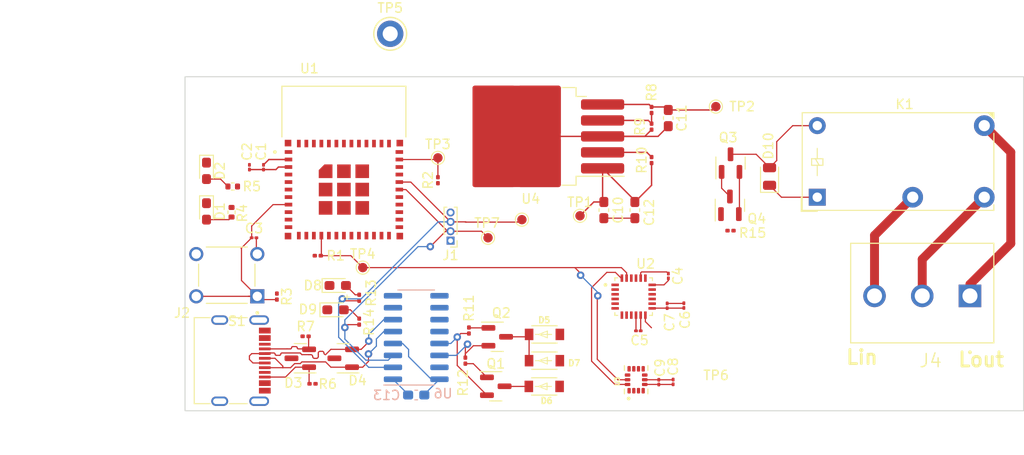
<source format=kicad_pcb>
(kicad_pcb (version 20221018) (generator pcbnew)
  (layers (0 "F.Cu" signal) (31 "B.Cu" signal) (34 "B.Paste" user) (35 "F.Paste" user) (36 "B.SilkS" user "B.Silkscreen") (37 "F.SilkS" user "F.Silkscreen") (38 "B.Mask" user) (39 "F.Mask" user) (44 "Edge.Cuts" user))
  (net 0 "")
  (net 1 "+3.3V")
  (net 2 "GND")
  (net 7 "/RST")
  (net 11 "RX")
  (net 12 "INIT_MPU")
  (net 14 "TX")
  (net 15 "SCL")
  (net 21 "Net-(D2-A)")
  (net 22 "Net-(D10-A)")
  (net 23 "SDA")
  (net 24 "Net-(U2-CPOUT)")
  (net 25 "+5V")
  (net 30 "Net-(D8-A)")
  (net 31 "Net-(D6-K)")
  (net 33 "Net-(U2-REGOUT)")
  (net 34 "Net-(D1-A)")
  (net 37 "INIT_ICM")
  (net 42 "CS")
  (net 47 "Net-(J2-CC2)")
  (net 48 "Net-(J2-CC1)")
  (net 49 "D+")
  (net 50 "D-")
  (net 53 "LED")
  (net 54 "Net-(U4-VA)")
  (net 55 "Net-(U4-EN)")
  (net 56 "Net-(Q1-B)")
  (net 57 "Net-(Q1-E)")
  (net 58 "Net-(Q2-B)")
  (net 59 "Net-(Q2-E)")
  (net 60 "/IO_0")
  (net 68 "Net-(D9-A)")
  (net 69 "Net-(J4-Pin_1)")
  (net 70 "Net-(J4-Pin_2)")
  (net 71 "Net-(J4-Pin_3)")
  (net 72 "Net-(Q3-B)")
  (net 73 "Relay")
  (net 74 "Net-(D5-K)")
  (net 75 "/IO_2")
  (footprint "mpu:QFN50P400X400X95-24N" (layer "F.Cu") (at 116.341 74.209)
    (fp_text reference "U2")
    (fp_text value "MPU-6050")
  )
  (footprint "Resistor_SMD:R_0402_1005Metric" (layer "F.Cu") (at 73.658 62.484 180)
    (fp_text reference "R5")
    (fp_text value "1k")
  )
  (footprint "ICM:PQFN50P300X250X97-14N" (layer "F.Cu") (at 116.607 83.058 90)
    (fp_text reference "U3")
    (fp_text value "ICM-42688-P")
  )
  (footprint "Package_TO_SOT_SMD:SOT-23" (layer "F.Cu") (at 126.655 59.9925 90)
    (fp_text reference "Q3")
    (fp_text value "BC847")
  )
  (footprint "Package_TO_SOT_SMD:SOT-23" (layer "F.Cu") (at 101.819 78.486)
    (fp_text reference "Q2")
    (fp_text value "BC847")
  )
  (footprint "LED_SMD:LED_0603_1608Metric_Pad1.05x0.95mm_HandSolder" (layer "F.Cu") (at 70.866 60.819 -90)
    (fp_text reference "D2")
    (fp_text value "Status Led")
  )
  (footprint "Resistor_SMD:R_0201_0603Metric" (layer "F.Cu") (at 81.4176 78.4352)
    (fp_text reference "R7")
    (fp_text value "4.7k")
  )
  (footprint "Resistor_SMD:R_0201_0603Metric" (layer "F.Cu") (at 98.425 81.026 -90)
    (fp_text reference "R12")
    (fp_text value "10k")
  )
  (footprint "Resistor_SMD:R_0201_0603Metric" (layer "F.Cu") (at 87.122 76.871 -90)
    (fp_text reference "R14")
    (fp_text value "1k")
  )
  (footprint "Package_TO_SOT_SMD:TO-263-5_TabPin3" (layer "F.Cu") (at 105.386 57.15 180)
    (fp_text reference "U4")
    (fp_text value "IFX25401TBV")
  )
  (footprint "Capacitor_SMD:C_01005_0402Metric" (layer "F.Cu") (at 75.438 60.431 90)
    (fp_text reference "C2")
    (fp_text value "0.1uF")
  )
  (footprint "TestPoint:TestPoint_Pad_D1.0mm" (layer "F.Cu") (at 110.629 65.604)
    (fp_text reference "TP1")
    (fp_text value "TX")
  )
  (footprint "TestPoint:TestPoint_Pad_D1.0mm" (layer "F.Cu") (at 87.503 71.12)
    (fp_text reference "TP4")
    (fp_text value "SCL")
  )
  (footprint "Capacitor_SMD:C_01005_0402Metric" (layer "F.Cu") (at 120.036 72.009 -90)
    (fp_text reference "C4")
    (fp_text value "2.2nF")
  )
  (footprint "Package_TO_SOT_SMD:SOT-23" (layer "F.Cu") (at 85.4225 80.772 180)
    (fp_text reference "D4")
    (fp_text value "SP0502BAHT")
  )
  (footprint "Connector_USB:USB_C_Receptacle_G-Switch_GT-USB-7010ASV" (layer "F.Cu") (at 73.347 81.024 -90)
    (fp_text reference "J2")
    (fp_text value "USB_C_Receptacle_USB2.0")
  )
  (footprint "Capacitor_SMD:C_01005_0402Metric" (layer "F.Cu") (at 76.936 60.431 90)
    (fp_text reference "C1")
    (fp_text value "10uF")
  )
  (footprint "Resistor_SMD:R_0201_0603Metric" (layer "F.Cu") (at 118.249 54.337 -90)
    (fp_text reference "R8")
    (fp_text value "13.19k")
  )
  (footprint "Resistor_SMD:R_0201_0603Metric" (layer "F.Cu") (at 87.122 74.331 -90)
    (fp_text reference "R13")
    (fp_text value "1k")
  )
  (footprint "Schottky:DIO_MMSZ4700T1G" (layer "F.Cu") (at 106.8475 78.232)
    (fp_text reference "D5")
    (fp_text value "D_Schottky")
  )
  (footprint "Schottky:DIO_MMSZ4700T1G" (layer "F.Cu") (at 106.8205 83.7692)
    (fp_text reference "D6")
    (fp_text value "D_Schottky")
  )
  (footprint "TestPoint:TestPoint_Pad_D1.0mm" (layer "F.Cu") (at 100.838 67.945)
    (fp_text reference "TP7")
    (fp_text value "RX")
  )
  (footprint "Capacitor_SMD:C_01005_0402Metric" (layer "F.Cu") (at 120.544 83.291 90)
    (fp_text reference "C8")
    (fp_text value "0.1uF")
  )
  (footprint "Resistor_SMD:R_0201_0603Metric" (layer "F.Cu") (at 78.359 74.204 -90)
    (fp_text reference "R3")
    (fp_text value "10k")
  )
  (footprint "Schottky:DIO_MMSZ4700T1G" (layer "F.Cu") (at 106.8443 81.026)
    (fp_text reference "D7")
    (fp_text value "D_Schottky")
  )
  (footprint "Screw:CUI_TB009-508-03BE" (layer "F.Cu") (at 152.146 74.1325 180)
    (fp_text reference "J4")
    (fp_text value "Screw_Terminal_01x03")
  )
  (footprint "button:SW_TS02-66-95-BK-260-LCR-D" (layer "F.Cu") (at 73.025 71.9275 180)
    (fp_text reference "S1")
    (fp_text value "TS02-66-95-BK-260-LCR-D")
  )
  (footprint "LED_SMD:LED_0603_1608Metric_Pad1.05x0.95mm_HandSolder" (layer "F.Cu") (at 84.836 73.025)
    (fp_text reference "D8")
    (fp_text value "TX")
  )
  (footprint "Resistor_SMD:R_0201_0603Metric" (layer "F.Cu") (at 82.1542 83.4898 180)
    (fp_text reference "R6")
    (fp_text value "4.7k")
  )
  (footprint "TestPoint:TestPoint_Pad_D1.0mm" (layer "F.Cu") (at 125.095 53.975)
    (fp_text reference "TP2")
    (fp_text value "TX")
  )
  (footprint "Diode_SMD:D_0805_2012Metric" (layer "F.Cu") (at 130.81 61.4195 90)
    (fp_text reference "D10")
    (fp_text value "CD4148W")
  )
  (footprint "Resistor_SMD:R_0402_1005Metric" (layer "F.Cu") (at 73.533 65.2252 -90)
    (fp_text reference "R4")
    (fp_text value "1k")
  )
  (footprint "LED_SMD:LED_0603_1608Metric_Pad1.05x0.95mm_HandSolder" (layer "F.Cu") (at 84.6045 75.6115)
    (fp_text reference "D9")
    (fp_text value "RX")
  )
  (footprint "TestPoint:TestPoint_Pad_D1.0mm" (layer "F.Cu") (at 104.4448 66.0146 180)
    (fp_text reference "TP6")
    (fp_text value "TX")
  )
  (footprint "esp 32:MODULE_ESP32-PICO-MINI-02" (layer "F.Cu") (at 85.496 62.812)
    (fp_text reference "U1")
    (fp_text value "ESP32-PICO-MINI-02")
  )
  (footprint "Resistor_SMD:R_0201_0603Metric" (layer "F.Cu") (at 126.655 67.183 180)
    (fp_text reference "R15")
    (fp_text value "10k")
  )
  (footprint "Resistor_SMD:R_0201_0603Metric" (layer "F.Cu") (at 98.806 77.815 90)
    (fp_text reference "R11")
    (fp_text value "10k")
  )
  (footprint "Capacitor_SMD:C_0603_1608Metric_Pad1.08x0.95mm_HandSolder" (layer "F.Cu") (at 116.471 64.9955 -90)
    (fp_text reference "C12")
    (fp_text value "10uF")
  )
  (footprint "TestPoint:TestPoint_Pad_D1.0mm" (layer "F.Cu") (at 95.504 59.436)
    (fp_text reference "TP3")
    (fp_text value "SDA")
  )
  (footprint "Resistor_SMD:R_0201_0603Metric" (layer "F.Cu") (at 118.249 59.671 90)
    (fp_text reference "R10")
    (fp_text value "4.7k")
  )
  (footprint "Resistor_SMD:R_0201_0603Metric" (layer "F.Cu") (at 118.249 56.115 -90)
    (fp_text reference "R9")
    (fp_text value "10k")
  )
  (footprint "Connector_PinHeader_1.00mm:PinHeader_1x04_P1.00mm_Vertical" (layer "F.Cu") (at 96.8502 68.2498 180)
    (fp_text reference "J1")
    (fp_text value "Conn_01x04_Pin")
  )
  (footprint "Capacitor_SMD:C_01005_0402Metric" (layer "F.Cu") (at 75.925 67.945)
    (fp_text reference "C3")
    (fp_text value "0.1uF")
  )
  (footprint "Capacitor_SMD:C_01005_0402Metric" (layer "F.Cu") (at 119.909 75.184 -90)
    (fp_text reference "C7")
    (fp_text value "10nF")
  )
  (footprint "Capacitor_SMD:C_01005_0402Metric" (layer "F.Cu") (at 119.02 83.312 90)
    (fp_text reference "C9")
    (fp_text value "0.1uF")
  )
  (footprint "Capacitor_SMD:C_01005_0402Metric" (layer "F.Cu") (at 121.687 75.163 90)
    (fp_text reference "C6")
    (fp_text value "0.1uF")
  )
  (footprint "LED_SMD:LED_0603_1608Metric_Pad1.05x0.95mm_HandSolder" (layer "F.Cu") (at 70.866 65.137 -90)
    (fp_text reference "D1")
    (fp_text value "Red Led")
  )
  (footprint "Resistor_SMD:R_0201_0603Metric" (layer "F.Cu") (at 95.504 61.813 90)
    (fp_text reference "R2")
    (fp_text value "4.7k")
  )
  (footprint "Capacitor_SMD:C_01005_0402Metric" (layer "F.Cu") (at 116.84 77.851)
    (fp_text reference "C5")
    (fp_text value "0.1uF")
  )
  (footprint "Package_TO_SOT_SMD:SOT-23" (layer "F.Cu") (at 80.8505 80.772 180)
    (fp_text reference "D3")
    (fp_text value "SP0502BAHT")
  )
  (footprint "Capacitor_SMD:C_0603_1608Metric_Pad1.08x0.95mm_HandSolder" (layer "F.Cu") (at 113.169 64.9955 -90)
    (fp_text reference "C10")
    (fp_text value "10uF")
  )
  (footprint "Relay_THT:Relay_SPDT_Finder_32.21-x000" (layer "F.Cu") (at 135.89 63.627)
    (fp_text reference "K1")
    (fp_text value "Relay_SPDT")
  )
  (footprint "TestPoint:TestPoint_Keystone_5010-5014_Multipurpose" (layer "F.Cu") (at 90.424 46.228)
    (fp_text reference "TP5")
    (fp_text value "GND")
  )
  (footprint "Capacitor_SMD:C_0603_1608Metric_Pad1.08x0.95mm_HandSolder" (layer "F.Cu") (at 120.027 55.1995 -90)
    (fp_text reference "C11")
    (fp_text value "1000uF")
  )
  (footprint "Package_TO_SOT_SMD:SOT-23" (layer "F.Cu") (at 101.662 83.754)
    (fp_text reference "Q1")
    (fp_text value "BC847")
  )
  (footprint "Package_TO_SOT_SMD:SOT-23" (layer "F.Cu") (at 126.589 64.486 90)
    (fp_text reference "Q4")
    (fp_text value "BC847")
  )
  (footprint "Resistor_SMD:R_0201_0603Metric" (layer "F.Cu") (at 82.713 69.85)
    (fp_text reference "R1")
    (fp_text value "4.7k")
  )
  (footprint "Package_SO:SOIC-16_3.9x9.9mm_P1.27mm" (layer "B.Cu") (at 93.1926 78.5622)
    (fp_text reference "U6")
    (fp_text value "CH340C")
  )
  (footprint "Capacitor_SMD:C_0603_1608Metric_Pad1.08x0.95mm_HandSolder" (layer "B.Cu") (at 93.1926 84.6836 180)
    (fp_text reference "C13")
    (fp_text value "0.1uF")
  )
  (gr_rect (start 68.58 50.8) (end 157.861 86.36) (stroke (width 0.1)) (fill none) (layer "Edge.Cuts"))
  (gr_text "Lin" (at 138.811 81.534) (layer "F.SilkS") (effects (font (size 1.5 1.5) (thickness 0.3) bold) (justify left bottom)))
  (gr_text "Lout" (at 150.749 81.788) (layer "F.SilkS") (effects (font (size 1.5 1.5) (thickness 0.3) bold) (justify left bottom)))
  (segment (start 118.336 75.434) (end 118.311 75.459) (width 0.127) (layer "F.Cu") (net 1))
  (segment (start 132.08 63.627) (end 130.81 62.357) (width 0.127) (layer "F.Cu") (net 1))
  (segment (start 135.89 63.627) (end 132.08 63.627) (width 0.127) (layer "F.Cu") (net 1))
  (segment (start 119.909 75.434) (end 118.336 75.434) (width 0.127) (layer "F.Cu") (net 1))
  (segment (start 117.982 53.75) (end 118.249 54.017) (width 0.15) (layer "F.Cu") (net 1))
  (segment (start 117.522 83.558) (end 119.016 83.558) (width 0.127) (layer "F.Cu") (net 1))
  (segment (start 119.016 83.558) (end 119.02 83.562) (width 0.127) (layer "F.Cu") (net 1))
  (segment (start 121.666 75.434) (end 121.687 75.413) (width 0.127) (layer "F.Cu") (net 1))
  (segment (start 118.249 54.017) (end 119.707 54.017) (width 0.15) (layer "F.Cu") (net 1))
  (segment (start 119.02 83.562) (end 120.523 83.562) (width 0.127) (layer "F.Cu") (net 1))
  (segment (start 119.707 54.017) (end 120.027 54.337) (width 0.15) (layer "F.Cu") (net 1))
  (segment (start 78.526 60.412) (end 78.257 60.681) (width 0.15) (layer "F.Cu") (net 1))
  (segment (start 124.733 54.337) (end 125.095 53.975) (width 0.15) (layer "F.Cu") (net 1))
  (segment (start 78.257 60.681) (end 76.936 60.681) (width 0.15) (layer "F.Cu") (net 1))
  (segment (start 79.596 60.412) (end 78.526 60.412) (width 0.15) (layer "F.Cu") (net 1))
  (segment (start 119.909 75.434) (end 121.666 75.434) (width 0.127) (layer "F.Cu") (net 1))
  (segment (start 120.523 83.562) (end 120.544 83.541) (width 0.127) (layer "F.Cu") (net 1))
  (segment (start 120.027 54.337) (end 124.733 54.337) (width 0.15) (layer "F.Cu") (net 1))
  (segment (start 75.438 60.681) (end 76.936 60.681) (width 0.15) (layer "F.Cu") (net 1))
  (segment (start 113.036 53.75) (end 117.982 53.75) (width 0.15) (layer "F.Cu") (net 1))
  (segment (start 94.7928 83.0072) (end 95.6676 83.0072) (width 0.127) (layer "B.Cu") (net 1))
  (segment (start 92.3798 80.5942) (end 94.7928 83.0072) (width 0.127) (layer "B.Cu") (net 1))
  (segment (start 91.7448 79.1972) (end 92.3798 79.8322) (width 0.127) (layer "B.Cu") (net 1))
  (segment (start 92.3798 79.8322) (end 92.3798 80.5942) (width 0.127) (layer "B.Cu") (net 1))
  (segment (start 94.0551 84.6197) (end 94.0551 84.6836) (width 0.127) (layer "B.Cu") (net 1))
  (segment (start 90.7176 79.1972) (end 91.7448 79.1972) (width 0.127) (layer "B.Cu") (net 1))
  (segment (start 95.6676 83.0072) (end 94.0551 84.6197) (width 0.127) (layer "B.Cu") (net 1))
  (segment (start 119.909 74.934) (end 121.666 74.934) (width 0.127) (layer "F.Cu") (net 2))
  (segment (start 121.666 74.934) (end 121.687 74.913) (width 0.127) (layer "F.Cu") (net 2))
  (segment (start 113.036 57.15) (end 118.939 57.15) (width 0.15) (layer "F.Cu") (net 2))
  (segment (start 113.036 57.15) (end 103.886 57.15) (width 0.15) (layer "F.Cu") (net 2))
  (segment (start 76.175 69.5775) (end 76.275 69.6775) (width 0.127) (layer "F.Cu") (net 2))
  (segment (start 120.036 72.259) (end 120.036 72.496) (width 0.127) (layer "F.Cu") (net 2))
  (segment (start 119.016 83.058) (end 119.02 83.062) (width 0.127) (layer "F.Cu") (net 2))
  (segment (start 113.036 57.15) (end 117.534 57.15) (width 0.15) (layer "F.Cu") (net 2))
  (segment (start 113.169 65.858) (end 116.471 65.858) (width 0.127) (layer "F.Cu") (net 2))
  (segment (start 120.523 83.062) (end 120.544 83.041) (width 0.127) (layer "F.Cu") (net 2))
  (segment (start 76.175 67.945) (end 76.175 69.5775) (width 0.127) (layer "F.Cu") (net 2))
  (segment (start 117.522 83.058) (end 119.016 83.058) (width 0.127) (layer "F.Cu") (net 2))
  (segment (start 76.936 60.181) (end 77.505 59.612) (width 0.15) (layer "F.Cu") (net 2))
  (segment (start 117.091 77.85) (end 117.09 77.851) (width 0.127) (layer "F.Cu") (net 2))
  (segment (start 77.505 59.612) (end 79.596 59.612) (width 0.15) (layer "F.Cu") (net 2))
  (segment (start 127.605 65.3575) (end 127.539 65.4235) (width 0.127) (layer "F.Cu") (net 2))
  (segment (start 117.091 76.179) (end 117.091 77.85) (width 0.127) (layer "F.Cu") (net 2))
  (segment (start 119.02 83.062) (end 120.523 83.062) (width 0.127) (layer "F.Cu") (net 2))
  (segment (start 127.605 60.93) (end 127.605 65.3575) (width 0.127) (layer "F.Cu") (net 2))
  (segment (start 117.534 57.15) (end 118.249 56.435) (width 0.15) (layer "F.Cu") (net 2))
  (segment (start 118.939 57.15) (end 120.027 56.062) (width 0.15) (layer "F.Cu") (net 2))
  (segment (start 119.573 72.959) (end 118.311 72.959) (width 0.127) (layer "F.Cu") (net 2))
  (segment (start 120.036 72.496) (end 119.573 72.959) (width 0.127) (layer "F.Cu") (net 2))
  (segment (start 90.7176 83.0072) (end 92.3301 84.6197) (width 0.127) (layer "B.Cu") (net 2))
  (segment (start 92.3301 84.6197) (end 92.3301 84.6836) (width 0.127) (layer "B.Cu") (net 2))
  (segment (start 79.596 64.412) (end 77.955 64.412) (width 0.127) (layer "F.Cu") (net 7))
  (segment (start 74.5913 69.0287) (end 75.675 67.945) (width 0.127) (layer "F.Cu") (net 7))
  (segment (start 76.6215 74.524) (end 78.359 74.524) (width 0.127) (layer "F.Cu") (net 7))
  (segment (start 74.5913 72.4938) (end 76.275 74.1775) (width 0.127) (layer "F.Cu") (net 7))
  (segment (start 77.955 64.412) (end 75.675 66.692) (width 0.127) (layer "F.Cu") (net 7))
  (segment (start 76.275 74.1775) (end 75.3205 74.1775) (width 0.127) (layer "F.Cu") (net 7))
  (segment (start 75.675 66.692) (end 75.675 67.945) (width 0.127) (layer "F.Cu") (net 7))
  (segment (start 76.275 74.1775) (end 76.6215 74.524) (width 0.127) (layer "F.Cu") (net 7))
  (segment (start 69.775 74.1775) (end 76.275 74.1775) (width 0.127) (layer "F.Cu") (net 7))
  (segment (start 74.5913 69.0287) (end 74.5913 72.4938) (width 0.127) (layer "F.Cu") (net 7))
  (segment (start 74.549 69.071) (end 74.5913 69.0287) (width 0.127) (layer "F.Cu") (net 7))
  (segment (start 96.3262 67.2498) (end 94.6912 68.8848) (width 0.127) (layer "F.Cu") (net 11))
  (segment (start 96.8502 67.2498) (end 96.3262 67.2498) (width 0.127) (layer "F.Cu") (net 11))
  (segment (start 92.0982 62.812) (end 96.536 67.2498) (width 0.127) (layer "F.Cu") (net 11))
  (segment (start 96.8756 67.2752) (end 96.7392 67.2752) (width 0.127) (layer "F.Cu") (net 11))
  (segment (start 91.396 62.812) (end 92.0982 62.812) (width 0.127) (layer "F.Cu") (net 11))
  (segment (start 96.8502 67.2498) (end 100.1428 67.2498) (width 0.127) (layer "F.Cu") (net 11))
  (segment (start 100.1428 67.2498) (end 100.838 67.945) (width 0.127) (layer "F.Cu") (net 11))
  (segment (start 96.536 67.2498) (end 96.8502 67.2498) (width 0.127) (layer "F.Cu") (net 11))
  (segment (start 87.122 77.191) (end 85.9024 77.191) (width 0.127) (layer "F.Cu") (net 11))
  (segment (start 85.9024 77.191) (end 85.598 77.4954) (width 0.127) (layer "F.Cu") (net 11))
  (via (at 94.6912 68.8848) (size 0.8) (drill 0.4) (layers "F.Cu" "B.Cu") (net 11))
  (via (at 85.598 77.4954) (size 0.8) (drill 0.4) (layers "F.Cu" "B.Cu") (net 11))
  (segment (start 93.3958 68.8848) (end 85.598 76.6826) (width 0.127) (layer "B.Cu") (net 11))
  (segment (start 90.7176 80.4672) (end 90.2065 80.9783) (width 0.127) (layer "B.Cu") (net 11))
  (segment (start 90.2065 80.9783) (end 87.837769 80.9783) (width 0.127) (layer "B.Cu") (net 11))
  (segment (start 85.598 76.6826) (end 85.598 77.4954) (width 0.127) (layer "B.Cu") (net 11))
  (segment (start 85.598 78.738531) (end 85.598 77.4954) (width 0.127) (layer "B.Cu") (net 11))
  (segment (start 87.837769 80.9783) (end 85.598 78.738531) (width 0.127) (layer "B.Cu") (net 11))
  (segment (start 94.6912 68.8848) (end 93.3958 68.8848) (width 0.127) (layer "B.Cu") (net 11))
  (segment (start 117.591 76.8748) (end 118.237 77.5208) (width 0.127) (layer "F.Cu") (net 12))
  (segment (start 117.591 76.179) (end 117.591 76.8748) (width 0.127) (layer "F.Cu") (net 12))
  (segment (start 98.4758 66.2498) (end 98.5012 66.2752) (width 0.127) (layer "F.Cu") (net 14))
  (segment (start 91.396 62.012) (end 92.6124 62.012) (width 0.127) (layer "F.Cu") (net 14))
  (segment (start 104.1842 66.2752) (end 104.4448 66.0146) (width 0.127) (layer "F.Cu") (net 14))
  (segment (start 96.8502 66.2498) (end 98.4758 66.2498) (width 0.127) (layer "F.Cu") (net 14))
  (segment (start 87.122 74.651) (end 85.5222 74.651) (width 0.127) (layer "F.Cu") (net 14))
  (segment (start 85.5222 74.651) (end 85.3186 74.4474) (width 0.127) (layer "F.Cu") (net 14))
  (segment (start 98.5012 66.2752) (end 104.1842 66.2752) (width 0.127) (layer "F.Cu") (net 14))
  (segment (start 98.3996 66.2752) (end 98.5012 66.2752) (width 0.127) (layer "F.Cu") (net 14))
  (segment (start 92.6124 62.012) (end 96.8502 66.2498) (width 0.127) (layer "F.Cu") (net 14))
  (via (at 85.3186 74.4474) (size 0.8) (drill 0.4) (layers "F.Cu" "B.Cu") (net 14))
  (segment (start 96.8502 66.2498) (end 95.5228 66.2498) (width 0.127) (layer "B.Cu") (net 14))
  (segment (start 95.5228 66.2498) (end 87.3252 74.4474) (width 0.127) (layer "B.Cu") (net 14))
  (segment (start 84.9345 74.8315) (end 85.3186 74.4474) (width 0.127) (layer "B.Cu") (net 14))
  (segment (start 90.7176 81.7372) (end 88.134221 81.7372) (width 0.127) (layer "B.Cu") (net 14))
  (segment (start 88.134221 81.7372) (end 84.9345 78.537479) (width 0.127) (layer "B.Cu") (net 14))
  (segment (start 84.9345 78.537479) (end 84.9345 74.8315) (width 0.127) (layer "B.Cu") (net 14))
  (segment (start 87.3252 74.4474) (end 85.3186 74.4474) (width 0.127) (layer "B.Cu") (net 14))
  (segment (start 115.034 71.12) (end 115.591 71.677) (width 0.127) (layer "F.Cu") (net 15))
  (segment (start 110.0836 71.12) (end 115.034 71.12) (width 0.127) (layer "F.Cu") (net 15))
  (segment (start 83.096 69.787) (end 83.033 69.85) (width 0.127) (layer "F.Cu") (net 15))
  (segment (start 83.096 67.712) (end 83.096 69.787) (width 0.127) (layer "F.Cu") (net 15))
  (segment (start 83.033 69.85) (end 86.233 69.85) (width 0.127) (layer "F.Cu") (net 15))
  (segment (start 112.4712 74.1706) (end 112.5246 74.1172) (width 0.127) (layer "F.Cu") (net 15))
  (segment (start 115.591 71.677) (end 115.591 72.239) (width 0.127) (layer "F.Cu") (net 15))
  (segment (start 114.6556 83.058) (end 112.4712 80.8736) (width 0.127) (layer "F.Cu") (net 15))
  (segment (start 112.4712 80.8736) (end 112.4712 74.1706) (width 0.127) (layer "F.Cu") (net 15))
  (segment (start 87.503 71.12) (end 110.0836 71.12) (width 0.127) (layer "F.Cu") (net 15))
  (segment (start 110.6932 71.7296) (end 110.0836 71.12) (width 0.127) (layer "F.Cu") (net 15))
  (segment (start 86.233 69.85) (end 87.503 71.12) (width 0.127) (layer "F.Cu") (net 15))
  (segment (start 115.692 83.058) (end 114.6556 83.058) (width 0.127) (layer "F.Cu") (net 15))
  (segment (start 110.6932 71.9328) (end 110.6932 71.7296) (width 0.127) (layer "F.Cu") (net 15))
  (segment (start 112.5246 74.1172) (end 112.522 74.1198) (width 0.127) (layer "F.Cu") (net 15))
  (via (at 112.5246 74.1172) (size 0.8) (drill 0.4) (layers "F.Cu" "B.Cu") (net 15))
  (via (at 110.6932 71.9328) (size 0.8) (drill 0.4) (layers "F.Cu" "B.Cu") (net 15))
  (segment (start 112.5246 73.7642) (end 112.5246 74.1172) (width 0.127) (layer "B.Cu") (net 15))
  (segment (start 110.6932 71.9328) (end 112.5246 73.7642) (width 0.127) (layer "B.Cu") (net 15))
  (segment (start 70.866 61.694) (end 72.358 61.694) (width 0.127) (layer "F.Cu") (net 21))
  (segment (start 72.358 61.694) (end 73.148 62.484) (width 0.127) (layer "F.Cu") (net 21))
  (segment (start 133.2738 56.007) (end 131.572 57.7088) (width 0.127) (layer "F.Cu") (net 22))
  (segment (start 129.383 59.055) (end 130.81 60.482) (width 0.127) (layer "F.Cu") (net 22))
  (segment (start 131.572 59.72) (end 130.81 60.482) (width 0.127) (layer "F.Cu") (net 22))
  (segment (start 135.89 56.007) (end 133.2738 56.007) (width 0.127) (layer "F.Cu") (net 22))
  (segment (start 131.572 57.7088) (end 131.572 59.72) (width 0.127) (layer "F.Cu") (net 22))
  (segment (start 126.655 59.055) (end 129.383 59.055) (width 0.127) (layer "F.Cu") (net 22))
  (segment (start 95.504 59.436) (end 95.504 61.493) (width 0.127) (layer "F.Cu") (net 23))
  (segment (start 114.3428 83.558) (end 111.8616 81.0768) (width 0.127) (layer "F.Cu") (net 23))
  (segment (start 115.692 83.558) (end 114.3428 83.558) (width 0.127) (layer "F.Cu") (net 23))
  (segment (start 115.0126 72.239) (end 115.091 72.239) (width 0.127) (layer "F.Cu") (net 23))
  (segment (start 113.4872 71.628) (end 114.4016 71.628) (width 0.127) (layer "F.Cu") (net 23))
  (segment (start 91.396 59.612) (end 95.328 59.612) (width 0.127) (layer "F.Cu") (net 23))
  (segment (start 111.8616 73.2536) (end 113.4872 71.628) (width 0.127) (layer "F.Cu") (net 23))
  (segment (start 111.8616 81.0768) (end 111.8616 73.2536) (width 0.127) (layer "F.Cu") (net 23))
  (segment (start 114.4016 71.628) (end 115.0126 72.239) (width 0.127) (layer "F.Cu") (net 23))
  (segment (start 95.328 59.612) (end 95.504 59.436) (width 0.127) (layer "F.Cu") (net 23))
  (segment (start 117.091 72.239) (end 117.091 71.677) (width 0.127) (layer "F.Cu") (net 24))
  (segment (start 119.8575 71.5805) (end 120.036 71.759) (width 0.127) (layer "F.Cu") (net 24))
  (segment (start 117.091 71.677) (end 117.1875 71.5805) (width 0.127) (layer "F.Cu") (net 24))
  (segment (start 117.1875 71.5805) (end 119.8575 71.5805) (width 0.127) (layer "F.Cu") (net 24))
  (segment (start 113.036 60.55) (end 116.471 63.985) (width 0.15) (layer "F.Cu") (net 25))
  (segment (start 116.471 63.985) (end 116.471 64.133) (width 0.15) (layer "F.Cu") (net 25))
  (segment (start 113.036 60.55) (end 113.036 64) (width 0.15) (layer "F.Cu") (net 25))
  (segment (start 113.169 64.133) (end 112.1 64.133) (width 0.15) (layer "F.Cu") (net 25))
  (segment (start 118.249 59.991) (end 118.249 62.355) (width 0.15) (layer "F.Cu") (net 25))
  (segment (start 118.249 62.355) (end 116.471 64.133) (width 0.15) (layer "F.Cu") (net 25))
  (segment (start 112.1 64.133) (end 110.629 65.604) (width 0.15) (layer "F.Cu") (net 25))
  (segment (start 113.036 64) (end 113.169 64.133) (width 0.15) (layer "F.Cu") (net 25))
  (segment (start 85.711 73.025) (end 86.697 74.011) (width 0.127) (layer "F.Cu") (net 30))
  (segment (start 86.697 74.011) (end 87.122 74.011) (width 0.127) (layer "F.Cu") (net 30))
  (segment (start 105.183 83.7692) (end 102.6147 83.7692) (width 0.127) (layer "F.Cu") (net 31))
  (segment (start 102.6147 83.7692) (end 102.5995 83.754) (width 0.127) (layer "F.Cu") (net 31))
  (segment (start 116.59 77.851) (end 116.59 76.18) (width 0.127) (layer "F.Cu") (net 33))
  (segment (start 116.59 76.18) (end 116.591 76.179) (width 0.127) (layer "F.Cu") (net 33))
  (segment (start 73.2562 66.012) (end 73.533 65.7352) (width 0.127) (layer "F.Cu") (net 34))
  (segment (start 70.866 66.012) (end 73.2562 66.012) (width 0.127) (layer "F.Cu") (net 34))
  (segment (start 80.33 81.722) (end 81.788 81.722) (width 0.127) (layer "F.Cu") (net 47))
  (segment (start 79.278 82.774) (end 80.33 81.722) (width 0.127) (layer "F.Cu") (net 47))
  (segment (start 81.788 83.4436) (end 81.8342 83.4898) (width 0.127) (layer "F.Cu") (net 47))
  (segment (start 77.072 82.774) (end 79.278 82.774) (width 0.127) (layer "F.Cu") (net 47))
  (segment (start 81.788 81.722) (end 81.788 83.4436) (width 0.127) (layer "F.Cu") (net 47))
  (segment (start 79.79758 79.774) (end 79.445 79.774) (width 0.127) (layer "F.Cu") (net 48))
  (segment (start 80.39758 79.52658) (end 80.045 79.52658) (width 0.127) (layer "F.Cu") (net 48))
  (segment (start 79.445 79.774) (end 77.072 79.774) (width 0.127) (layer "F.Cu") (net 48))
  (segment (start 81.74 79.774) (end 80.645 79.774) (width 0.127) (layer "F.Cu") (net 48))
  (segment (start 81.7376 78.4352) (end 81.7376 79.7716) (width 0.127) (layer "F.Cu") (net 48))
  (segment (start 81.788 79.822) (end 81.74 79.774) (width 0.127) (layer "F.Cu") (net 48))
  (segment (start 81.7376 79.7716) (end 81.788 79.822) (width 0.127) (layer "F.Cu") (net 48))
  (arc (start 80.52129 79.65029) (mid 80.485056 79.562814) (end 80.39758 79.52658) (width 0.127) (layer "F.Cu") (net 48))
  (arc (start 80.045 79.52658) (mid 79.957524 79.562814) (end 79.92129 79.65029) (width 0.127) (layer "F.Cu") (net 48))
  (arc (start 80.645 79.774) (mid 80.557524 79.737766) (end 80.52129 79.65029) (width 0.127) (layer "F.Cu") (net 48))
  (arc (start 79.92129 79.65029) (mid 79.885056 79.737766) (end 79.79758 79.774) (width 0.127) (layer "F.Cu") (net 48))
  (segment (start 78.994 81.6102) (end 78.994 81.774) (width 0.127) (layer "F.Cu") (net 49))
  (segment (start 77.072 80.774) (end 78.1578 80.774) (width 0.127) (layer "F.Cu") (net 49))
  (segment (start 78.994 81.774) (end 79.815552 81.774) (width 0.127) (layer "F.Cu") (net 49))
  (segment (start 79.815552 81.774) (end 80.254052 81.3355) (width 0.127) (layer "F.Cu") (net 49))
  (segment (start 86.36 81.722) (end 84.108566 81.722) (width 0.127) (layer "F.Cu") (net 49))
  (segment (start 85.808566 81.722) (end 86.008566 81.722) (width 0.127) (layer "F.Cu") (net 49))
  (segment (start 87.4928 81.722) (end 88.1126 81.1022) (width 0.127) (layer "F.Cu") (net 49))
  (segment (start 80.848066 81.3355) (end 81.025066 81.1585) (width 0.127) (layer "F.Cu") (net 49))
  (segment (start 80.254052 81.3355) (end 80.848066 81.3355) (width 0.127) (layer "F.Cu") (net 49))
  (segment (start 78.1578 80.774) (end 78.994 81.6102) (width 0.127) (layer "F.Cu") (net 49))
  (segment (start 86.36 81.722) (end 87.4928 81.722) (width 0.127) (layer "F.Cu") (net 49))
  (segment (start 81.025066 81.1585) (end 83.545066 81.1585) (width 0.127) (layer "F.Cu") (net 49))
  (segment (start 77.072 81.774) (end 78.994 81.774) (width 0.127) (layer "F.Cu") (net 49))
  (segment (start 84.108566 81.722) (end 83.545066 81.1585) (width 0.127) (layer "F.Cu") (net 49))
  (segment (start 88.1126 81.1022) (end 88.1126 80.3148) (width 0.127) (layer "F.Cu") (net 49))
  (segment (start 86.008566 81.722) (end 86.36 81.722) (width 0.127) (layer "F.Cu") (net 49))
  (via (at 88.1126 80.3148) (size 0.8) (drill 0.4) (layers "F.Cu" "B.Cu") (net 49))
  (segment (start 88.9539 78.7115) (end 89.7382 77.9272) (width 0.127) (layer "B.Cu") (net 49))
  (segment (start 88.1126 80.3148) (end 88.1634 80.264) (width 0.127) (layer "B.Cu") (net 49))
  (segment (start 88.1126 80.3148) (end 88.9539 79.4735) (width 0.127) (layer "B.Cu") (net 49))
  (segment (start 88.9539 79.4735) (end 88.9539 78.7115) (width 0.127) (layer "B.Cu") (net 49))
  (segment (start 89.7382 77.9272) (end 90.7176 77.9272) (width 0.127) (layer "B.Cu") (net 49))
  (segment (start 75.813 81.274) (end 75.438 80.899) (width 0.127) (layer "F.Cu") (net 50))
  (segment (start 81.770066 80.3855) (end 81.0205 80.3855) (width 0.127) (layer "F.Cu") (net 50))
  (segment (start 77.072 80.274) (end 75.682 80.274) (width 0.127) (layer "F.Cu") (net 50))
  (segment (start 87.3354 79.822) (end 86.36 79.822) (width 0.127) (layer "F.Cu") (net 50))
  (segment (start 77.6935 80.2085) (end 77.1375 80.2085) (width 0.127) (layer "F.Cu") (net 50))
  (segment (start 82.770066 80.3855) (end 82.770066 80.5855) (width 0.127) (layer "F.Cu") (net 50))
  (segment (start 75.438 80.899) (end 75.438 80.518) (width 0.127) (layer "F.Cu") (net 50))
  (segment (start 86.36 79.822) (end 84.108566 79.822) (width 0.127) (layer "F.Cu") (net 50))
  (segment (start 82.570066 80.7855) (end 82.370066 80.7855) (width 0.127) (layer "F.Cu") (net 50))
  (segment (start 82.770066 80.2105) (end 82.770066 80.3855) (width 0.127) (layer "F.Cu") (net 50))
  (segment (start 80.8435 80.2085) (end 78.8935 80.2085) (width 0.127) (layer "F.Cu") (net 50))
  (segment (start 81.0205 80.3855) (end 80.8435 80.2085) (width 0.127) (layer "F.Cu") (net 50))
  (segment (start 84.108566 79.822) (end 83.545066 80.3855) (width 0.127) (layer "F.Cu") (net 50))
  (segment (start 77.1375 80.2085) (end 77.072 80.274) (width 0.127) (layer "F.Cu") (net 50))
  (segment (start 83.195066 80.0355) (end 82.945066 80.0355) (width 0.127) (layer "F.Cu") (net 50))
  (segment (start 78.0435 80.2085) (end 77.6935 80.2085) (width 0.127) (layer "F.Cu") (net 50))
  (segment (start 88.138 79.0194) (end 87.3354 79.822) (width 0.127) (layer "F.Cu") (net 50))
  (segment (start 77.072 81.274) (end 75.813 81.274) (width 0.127) (layer "F.Cu") (net 50))
  (segment (start 75.682 80.274) (end 75.438 80.518) (width 0.127) (layer "F.Cu") (net 50))
  (segment (start 81.970066 80.3855) (end 81.770066 80.3855) (width 0.127) (layer "F.Cu") (net 50))
  (segment (start 88.138 78.9432) (end 88.138 79.0194) (width 0.127) (layer "F.Cu") (net 50))
  (segment (start 78.6435 80.4585) (end 78.2935 80.4585) (width 0.127) (layer "F.Cu") (net 50))
  (via (at 88.138 78.9432) (size 0.8) (drill 0.4) (layers "F.Cu" "B.Cu") (net 50))
  (arc (start 78.7685 80.3335) (mid 78.731888 80.421888) (end 78.6435 80.4585) (width 0.127) (layer "F.Cu") (net 50))
  (arc (start 82.770066 80.5855) (mid 82.711487 80.726921) (end 82.570066 80.7855) (width 0.127) (layer "F.Cu") (net 50))
  (arc (start 82.370066 80.7855) (mid 82.228645 80.726921) (end 82.170066 80.5855) (width 0.127) (layer "F.Cu") (net 50))
  (arc (start 82.945066 80.0355) (mid 82.821322 80.086756) (end 82.770066 80.2105) (width 0.127) (layer "F.Cu") (net 50))
  (arc (start 83.370066 80.2105) (mid 83.31881 80.086756) (end 83.195066 80.0355) (width 0.127) (layer "F.Cu") (net 50))
  (arc (start 83.545066 80.3855) (mid 83.421322 80.334244) (end 83.370066 80.2105) (width 0.127) (layer "F.Cu") (net 50))
  (arc (start 78.2935 80.4585) (mid 78.205112 80.421888) (end 78.1685 80.3335) (width 0.127) (layer "F.Cu") (net 50))
  (arc (start 78.8935 80.2085) (mid 78.805112 80.245112) (end 78.7685 80.3335) (width 0.127) (layer "F.Cu") (net 50))
  (arc (start 78.1685 80.3335) (mid 78.131888 80.245112) (end 78.0435 80.2085) (width 0.127) (layer "F.Cu") (net 50))
  (arc (start 82.170066 80.5855) (mid 82.111487 80.444079) (end 81.970066 80.3855) (width 0.127) (layer "F.Cu") (net 50))
  (segment (start 88.2142 79.0194) (end 88.2142 79.121) (width 0.127) (layer "B.Cu") (net 50))
  (segment (start 88.138 78.2618) (end 88.2291 78.1707) (width 0.127) (layer "B.Cu") (net 50))
  (segment (start 88.138 78.9432) (end 88.2142 79.0194) (width 0.127) (layer "B.Cu") (net 50))
  (segment (start 89.742601 76.6572) (end 90.7176 76.6572) (width 0.127) (layer "B.Cu") (net 50))
  (segment (start 88.138 78.9432) (end 88.138 78.2618) (width 0.127) (layer "B.Cu") (net 50))
  (segment (start 88.138 78.261801) (end 88.2291 78.1707) (width 0.127) (layer "B.Cu") (net 50))
  (segment (start 88.2291 78.1707) (end 89.742601 76.6572) (width 0.127) (layer "B.Cu") (net 50))
  (segment (start 113.036 55.45) (end 117.904 55.45) (width 0.15) (layer "F.Cu") (net 54))
  (segment (start 118.249 54.657) (end 118.249 55.795) (width 0.15) (layer "F.Cu") (net 54))
  (segment (start 117.904 55.45) (end 118.249 55.795) (width 0.15) (layer "F.Cu") (net 54))
  (segment (start 117.748 58.85) (end 118.249 59.351) (width 0.15) (layer "F.Cu") (net 55))
  (segment (start 113.036 58.85) (end 117.748 58.85) (width 0.15) (layer "F.Cu") (net 55))
  (segment (start 98.425 81.346) (end 99.2665 81.346) (width 0.127) (layer "F.Cu") (net 56))
  (segment (start 99.2665 81.346) (end 100.7245 82.804) (width 0.127) (layer "F.Cu") (net 56))
  (segment (start 97.9378 78.135) (end 97.5614 78.5114) (width 0.127) (layer "F.Cu") (net 57))
  (segment (start 98.806 78.135) (end 97.9378 78.135) (width 0.127) (layer "F.Cu") (net 57))
  (segment (start 97.5614 81.5409) (end 97.5614 78.5114) (width 0.127) (layer "F.Cu") (net 57))
  (segment (start 100.7245 84.704) (end 97.5614 81.5409) (width 0.127) (layer "F.Cu") (net 57))
  (via (at 97.5614 78.5114) (size 0.8) (drill 0.4) (layers "F.Cu" "B.Cu") (net 57))
  (segment (start 95.6676 79.1972) (end 96.8756 79.1972) (width 0.127) (layer "B.Cu") (net 57))
  (segment (start 96.8756 79.1972) (end 97.5614 78.5114) (width 0.127) (layer "B.Cu") (net 57))
  (segment (start 98.847 77.536) (end 98.806 77.495) (width 0.127) (layer "F.Cu") (net 58))
  (segment (start 100.8815 77.536) (end 98.847 77.536) (width 0.127) (layer "F.Cu") (net 58))
  (segment (start 98.6536 79.2734) (end 98.425 79.502) (width 0.127) (layer "F.Cu") (net 59))
  (segment (start 98.425 79.502) (end 98.425 80.706) (width 0.127) (layer "F.Cu") (net 59))
  (segment (start 98.425 80.706) (end 98.425 80.2894) (width 0.127) (layer "F.Cu") (net 59))
  (segment (start 98.425 80.2894) (end 99.2784 79.436) (width 0.127) (layer "F.Cu") (net 59))
  (segment (start 99.2784 79.436) (end 100.8815 79.436) (width 0.127) (layer "F.Cu") (net 59))
  (via (at 98.6536 79.2734) (size 0.8) (drill 0.4) (layers "F.Cu" "B.Cu") (net 59))
  (segment (start 97.4598 80.4672) (end 95.6676 80.4672) (width 0.127) (layer "B.Cu") (net 59))
  (segment (start 98.6536 79.2734) (end 97.4598 80.4672) (width 0.127) (layer "B.Cu") (net 59))
  (segment (start 86.1825 75.6115) (end 87.122 76.551) (width 0.127) (layer "F.Cu") (net 68))
  (segment (start 85.4795 75.6115) (end 86.1825 75.6115) (width 0.127) (layer "F.Cu") (net 68))
  (segment (start 153.67 56.007) (end 156.4894 58.8264) (width 0.95) (layer "F.Cu") (net 69))
  (segment (start 156.4894 58.8264) (end 156.4894 68.5546) (width 0.95) (layer "F.Cu") (net 69))
  (segment (start 156.4894 68.5546) (end 152.146 72.898) (width 0.95) (layer "F.Cu") (net 69))
  (segment (start 152.146 72.898) (end 152.146 74.1325) (width 0.95) (layer "F.Cu") (net 69))
  (segment (start 147.066 74.1325) (end 147.066 70.231) (width 0.95) (layer "F.Cu") (net 70))
  (segment (start 147.066 70.231) (end 153.67 63.627) (width 0.95) (layer "F.Cu") (net 70))
  (segment (start 141.986 67.691) (end 146.05 63.627) (width 0.95) (layer "F.Cu") (net 71))
  (segment (start 141.986 74.1325) (end 141.986 67.691) (width 0.95) (layer "F.Cu") (net 71))
  (segment (start 125.705 60.93) (end 125.705 62.6645) (width 0.127) (layer "F.Cu") (net 72))
  (segment (start 125.705 62.6645) (end 126.589 63.5485) (width 0.127) (layer "F.Cu") (net 72))
  (segment (start 105.21 78.232) (end 105.21 81.0228) (width 0.127) (layer "F.Cu") (net 74))
  (segment (start 105.21 81.0228) (end 105.2068 81.026) (width 0.127) (layer "F.Cu") (net 74))
  (segment (start 104.956 78.486) (end 105.21 78.232) (width 0.127) (layer "F.Cu") (net 74))
  (segment (start 102.7565 78.486) (end 104.956 78.486) (width 0.127) (layer "F.Cu") (net 74))
)
</source>
